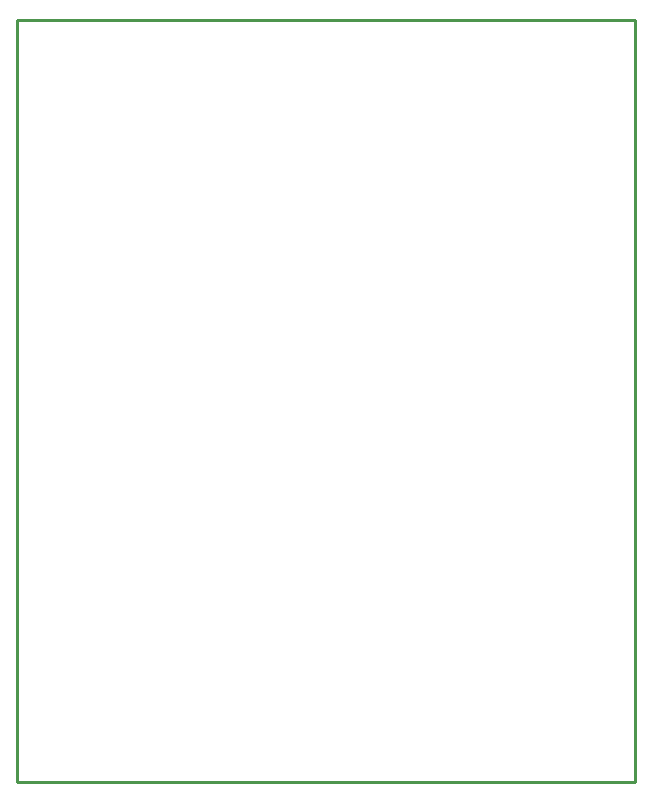
<source format=gbp>
G04 Layer_Color=128*
%FSLAX25Y25*%
%MOIN*%
G70*
G01*
G75*
%ADD17C,0.01000*%
D17*
X266500Y110000D02*
X472500D01*
Y364000D01*
X266500D02*
X472500D01*
X266500Y110000D02*
Y364000D01*
M02*

</source>
